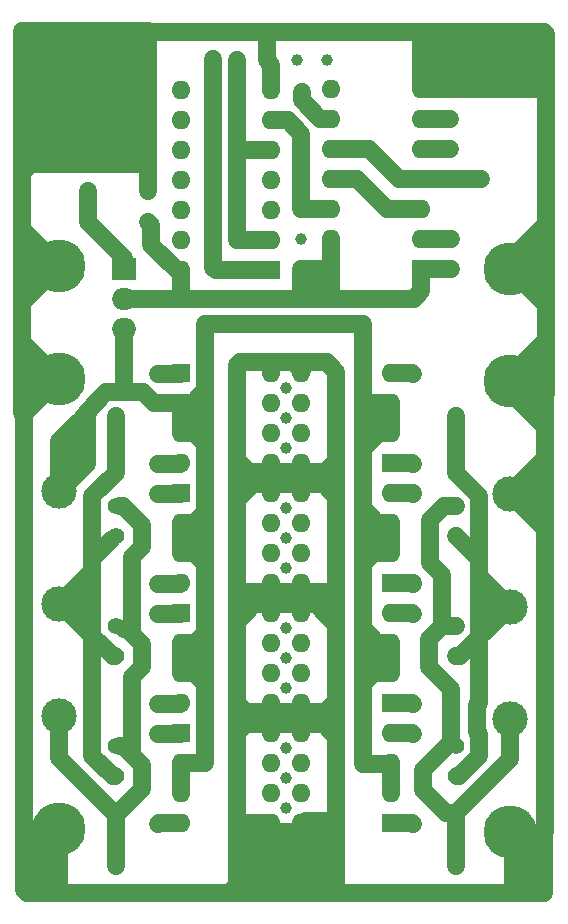
<source format=gbr>
G04 #@! TF.GenerationSoftware,KiCad,Pcbnew,7.0.5*
G04 #@! TF.CreationDate,2024-09-26T14:14:00-04:00*
G04 #@! TF.ProjectId,stepper_motor_controller_4_for_cnc,73746570-7065-4725-9f6d-6f746f725f63,rev?*
G04 #@! TF.SameCoordinates,Original*
G04 #@! TF.FileFunction,Copper,L2,Bot*
G04 #@! TF.FilePolarity,Positive*
%FSLAX45Y45*%
G04 Gerber Fmt 4.5, Leading zero omitted, Abs format (unit mm)*
G04 Created by KiCad (PCBNEW 7.0.5) date 2024-09-26 14:14:00*
%MOMM*%
%LPD*%
G01*
G04 APERTURE LIST*
G04 Aperture macros list*
%AMHorizOval*
0 Thick line with rounded ends*
0 $1 width*
0 $2 $3 position (X,Y) of the first rounded end (center of the circle)*
0 $4 $5 position (X,Y) of the second rounded end (center of the circle)*
0 Add line between two ends*
20,1,$1,$2,$3,$4,$5,0*
0 Add two circle primitives to create the rounded ends*
1,1,$1,$2,$3*
1,1,$1,$4,$5*%
G04 Aperture macros list end*
G04 #@! TA.AperFunction,ComponentPad*
%ADD10C,1.400000*%
G04 #@! TD*
G04 #@! TA.AperFunction,ComponentPad*
%ADD11O,1.400000X1.400000*%
G04 #@! TD*
G04 #@! TA.AperFunction,ComponentPad*
%ADD12HorizOval,1.400000X0.000000X0.000000X0.000000X0.000000X0*%
G04 #@! TD*
G04 #@! TA.AperFunction,ComponentPad*
%ADD13HorizOval,1.400000X0.000000X0.000000X0.000000X0.000000X0*%
G04 #@! TD*
G04 #@! TA.AperFunction,ComponentPad*
%ADD14R,1.600000X1.600000*%
G04 #@! TD*
G04 #@! TA.AperFunction,ComponentPad*
%ADD15O,1.600000X1.600000*%
G04 #@! TD*
G04 #@! TA.AperFunction,ComponentPad*
%ADD16R,2.000000X1.905000*%
G04 #@! TD*
G04 #@! TA.AperFunction,ComponentPad*
%ADD17O,2.000000X1.905000*%
G04 #@! TD*
G04 #@! TA.AperFunction,ViaPad*
%ADD18C,3.000000*%
G04 #@! TD*
G04 #@! TA.AperFunction,ViaPad*
%ADD19C,1.000000*%
G04 #@! TD*
G04 #@! TA.AperFunction,ViaPad*
%ADD20C,4.500000*%
G04 #@! TD*
G04 #@! TA.AperFunction,Conductor*
%ADD21C,1.500000*%
G04 #@! TD*
G04 #@! TA.AperFunction,Conductor*
%ADD22C,1.000000*%
G04 #@! TD*
G04 APERTURE END LIST*
D10*
G04 #@! TO.P,R37,1*
G04 #@! TO.N,+5V*
X1308900Y5846120D03*
D11*
G04 #@! TO.P,R37,2*
G04 #@! TO.N,Net-(U11-ADJ)*
X800900Y5846120D03*
G04 #@! TD*
D10*
G04 #@! TO.P,R55,1*
G04 #@! TO.N,Net-(R55-Pad1)*
X1392300Y4563420D03*
D12*
G04 #@! TO.P,R55,2*
G04 #@! TO.N,/A*
X1033090Y4204210D03*
G04 #@! TD*
D10*
G04 #@! TO.P,R12,1*
G04 #@! TO.N,Net-(R12-Pad1)*
X3551300Y3547420D03*
D13*
G04 #@! TO.P,R12,2*
G04 #@! TO.N,/D*
X3910510Y3188210D03*
G04 #@! TD*
D10*
G04 #@! TO.P,R6,1*
G04 #@! TO.N,Net-(R6-Pad1)*
X1392300Y1769420D03*
D12*
G04 #@! TO.P,R6,2*
G04 #@! TO.N,/B*
X1033090Y1410210D03*
G04 #@! TD*
D10*
G04 #@! TO.P,R39,1*
G04 #@! TO.N,Net-(R39-Pad1)*
X1392300Y1515420D03*
D12*
G04 #@! TO.P,R39,2*
G04 #@! TO.N,/A*
X1033090Y1156210D03*
G04 #@! TD*
D10*
G04 #@! TO.P,R69,1*
G04 #@! TO.N,Net-(R69-Pad1)*
X3551300Y1769420D03*
D13*
G04 #@! TO.P,R69,2*
G04 #@! TO.N,/C*
X3910510Y1410210D03*
G04 #@! TD*
D10*
G04 #@! TO.P,R38,1*
G04 #@! TO.N,Net-(U11-ADJ)*
X800900Y6112820D03*
D11*
G04 #@! TO.P,R38,2*
G04 #@! TO.N,GND*
X1308900Y6112820D03*
G04 #@! TD*
D14*
G04 #@! TO.P,U10,1,OA*
G04 #@! TO.N,Net-(R65-Pad1)*
X3359800Y3808800D03*
D15*
G04 #@! TO.P,U10,2,VCC*
G04 #@! TO.N,VCC*
X3359800Y4062800D03*
G04 #@! TO.P,U10,3,VCC*
X3359800Y4316800D03*
G04 #@! TO.P,U10,4,OA*
G04 #@! TO.N,Net-(R66-Pad1)*
X3359800Y4570800D03*
G04 #@! TO.P,U10,5,GND*
G04 #@! TO.N,GND*
X2597800Y4570800D03*
G04 #@! TO.P,U10,6,IA*
G04 #@! TO.N,/B_logic*
X2597800Y4316800D03*
G04 #@! TO.P,U10,7,IB*
G04 #@! TO.N,/B_n_logic*
X2597800Y4062800D03*
G04 #@! TO.P,U10,8,GND*
G04 #@! TO.N,GND*
X2597800Y3808800D03*
G04 #@! TD*
D14*
G04 #@! TO.P,U1,1,~{R}*
G04 #@! TO.N,+5V*
X3620300Y5452420D03*
D15*
G04 #@! TO.P,U1,2,D*
G04 #@! TO.N,Net-(U1A-D)*
X3620300Y5706420D03*
G04 #@! TO.P,U1,3,C*
G04 #@! TO.N,/CLOCK_upper*
X3620300Y5960420D03*
G04 #@! TO.P,U1,4,~{S}*
G04 #@! TO.N,+5V*
X3620300Y6214420D03*
G04 #@! TO.P,U1,5,Q*
G04 #@! TO.N,/A_logic*
X3620300Y6468420D03*
G04 #@! TO.P,U1,6,~{Q}*
G04 #@! TO.N,/A_n_logic*
X3620300Y6722420D03*
G04 #@! TO.P,U1,7,GND*
G04 #@! TO.N,GND*
X3620300Y6976420D03*
G04 #@! TO.P,U1,8,~{Q}*
G04 #@! TO.N,/B_n_logic*
X2858300Y6976420D03*
G04 #@! TO.P,U1,9,Q*
G04 #@! TO.N,/B_logic*
X2858300Y6722420D03*
G04 #@! TO.P,U1,10,~{S}*
G04 #@! TO.N,+5V*
X2858300Y6468420D03*
G04 #@! TO.P,U1,11,C*
G04 #@! TO.N,/CLOCK_upper*
X2858300Y6214420D03*
G04 #@! TO.P,U1,12,D*
G04 #@! TO.N,Net-(U1B-D)*
X2858300Y5960420D03*
G04 #@! TO.P,U1,13,~{R}*
G04 #@! TO.N,+5V*
X2858300Y5706420D03*
G04 #@! TO.P,U1,14,VCC*
X2858300Y5452420D03*
G04 #@! TD*
D10*
G04 #@! TO.P,R2,1*
G04 #@! TO.N,Net-(R2-Pad1)*
X1392300Y753420D03*
D12*
G04 #@! TO.P,R2,2*
G04 #@! TO.N,/B*
X1033090Y394210D03*
G04 #@! TD*
D14*
G04 #@! TO.P,U8,1,OA*
G04 #@! TO.N,Net-(R67-Pad1)*
X3360800Y2791800D03*
D15*
G04 #@! TO.P,U8,2,VCC*
G04 #@! TO.N,VCC*
X3360800Y3045800D03*
G04 #@! TO.P,U8,3,VCC*
X3360800Y3299800D03*
G04 #@! TO.P,U8,4,OA*
G04 #@! TO.N,Net-(R12-Pad1)*
X3360800Y3553800D03*
G04 #@! TO.P,U8,5,GND*
G04 #@! TO.N,GND*
X2598800Y3553800D03*
G04 #@! TO.P,U8,6,IA*
G04 #@! TO.N,/B_logic*
X2598800Y3299800D03*
G04 #@! TO.P,U8,7,IB*
G04 #@! TO.N,/B_n_logic*
X2598800Y3045800D03*
G04 #@! TO.P,U8,8,GND*
G04 #@! TO.N,GND*
X2598800Y2791800D03*
G04 #@! TD*
D14*
G04 #@! TO.P,U5,1,OA*
G04 #@! TO.N,Net-(R5-Pad1)*
X1583800Y2535800D03*
D15*
G04 #@! TO.P,U5,2,VCC*
G04 #@! TO.N,VCC*
X1583800Y2281800D03*
G04 #@! TO.P,U5,3,VCC*
X1583800Y2027800D03*
G04 #@! TO.P,U5,4,OA*
G04 #@! TO.N,Net-(R6-Pad1)*
X1583800Y1773800D03*
G04 #@! TO.P,U5,5,GND*
G04 #@! TO.N,GND*
X2345800Y1773800D03*
G04 #@! TO.P,U5,6,IA*
G04 #@! TO.N,/A_logic*
X2345800Y2027800D03*
G04 #@! TO.P,U5,7,IB*
G04 #@! TO.N,/A_n_logic*
X2345800Y2281800D03*
G04 #@! TO.P,U5,8,GND*
G04 #@! TO.N,GND*
X2345800Y2535800D03*
G04 #@! TD*
D14*
G04 #@! TO.P,U7,1,OA*
G04 #@! TO.N,Net-(R9-Pad1)*
X1583800Y3551800D03*
D15*
G04 #@! TO.P,U7,2,VCC*
G04 #@! TO.N,VCC*
X1583800Y3297800D03*
G04 #@! TO.P,U7,3,VCC*
X1583800Y3043800D03*
G04 #@! TO.P,U7,4,OA*
G04 #@! TO.N,Net-(R54-Pad1)*
X1583800Y2789800D03*
G04 #@! TO.P,U7,5,GND*
G04 #@! TO.N,GND*
X2345800Y2789800D03*
G04 #@! TO.P,U7,6,IA*
G04 #@! TO.N,/A_logic*
X2345800Y3043800D03*
G04 #@! TO.P,U7,7,IB*
G04 #@! TO.N,/A_n_logic*
X2345800Y3297800D03*
G04 #@! TO.P,U7,8,GND*
G04 #@! TO.N,GND*
X2345800Y3551800D03*
G04 #@! TD*
D14*
G04 #@! TO.P,U6,1,OA*
G04 #@! TO.N,Net-(R69-Pad1)*
X3359800Y1776800D03*
D15*
G04 #@! TO.P,U6,2,VCC*
G04 #@! TO.N,VCC*
X3359800Y2030800D03*
G04 #@! TO.P,U6,3,VCC*
X3359800Y2284800D03*
G04 #@! TO.P,U6,4,OA*
G04 #@! TO.N,Net-(R70-Pad1)*
X3359800Y2538800D03*
G04 #@! TO.P,U6,5,GND*
G04 #@! TO.N,GND*
X2597800Y2538800D03*
G04 #@! TO.P,U6,6,IA*
G04 #@! TO.N,/B_logic*
X2597800Y2284800D03*
G04 #@! TO.P,U6,7,IB*
G04 #@! TO.N,/B_n_logic*
X2597800Y2030800D03*
G04 #@! TO.P,U6,8,GND*
G04 #@! TO.N,GND*
X2597800Y1776800D03*
G04 #@! TD*
D10*
G04 #@! TO.P,R54,1*
G04 #@! TO.N,Net-(R54-Pad1)*
X1392300Y2785420D03*
D12*
G04 #@! TO.P,R54,2*
G04 #@! TO.N,/B*
X1033090Y2426210D03*
G04 #@! TD*
D14*
G04 #@! TO.P,U4,1,OA*
G04 #@! TO.N,Net-(R3-Pad1)*
X3359800Y760800D03*
D15*
G04 #@! TO.P,U4,2,VCC*
G04 #@! TO.N,VCC*
X3359800Y1014800D03*
G04 #@! TO.P,U4,3,VCC*
X3359800Y1268800D03*
G04 #@! TO.P,U4,4,OA*
G04 #@! TO.N,Net-(R72-Pad1)*
X3359800Y1522800D03*
G04 #@! TO.P,U4,5,GND*
G04 #@! TO.N,GND*
X2597800Y1522800D03*
G04 #@! TO.P,U4,6,IA*
G04 #@! TO.N,/B_logic*
X2597800Y1268800D03*
G04 #@! TO.P,U4,7,IB*
G04 #@! TO.N,/B_n_logic*
X2597800Y1014800D03*
G04 #@! TO.P,U4,8,GND*
G04 #@! TO.N,GND*
X2597800Y760800D03*
G04 #@! TD*
D10*
G04 #@! TO.P,R18,1*
G04 #@! TO.N,Net-(U1A-D)*
X3874300Y5706420D03*
D11*
G04 #@! TO.P,R18,2*
G04 #@! TO.N,+5V*
X3874300Y6214420D03*
G04 #@! TD*
D14*
G04 #@! TO.P,U3,1*
G04 #@! TO.N,/B_n_logic*
X2350300Y5439720D03*
D15*
G04 #@! TO.P,U3,2*
G04 #@! TO.N,/DIRECTION_upper*
X2350300Y5693720D03*
G04 #@! TO.P,U3,3*
G04 #@! TO.N,Net-(U1A-D)*
X2350300Y5947720D03*
G04 #@! TO.P,U3,4*
G04 #@! TO.N,/A_logic*
X2350300Y6201720D03*
G04 #@! TO.P,U3,5*
G04 #@! TO.N,/DIRECTION_upper*
X2350300Y6455720D03*
G04 #@! TO.P,U3,6*
G04 #@! TO.N,Net-(U1B-D)*
X2350300Y6709720D03*
G04 #@! TO.P,U3,7,GND*
G04 #@! TO.N,GND*
X2350300Y6963720D03*
G04 #@! TO.P,U3,8*
G04 #@! TO.N,N/C*
X1588300Y6963720D03*
G04 #@! TO.P,U3,9*
X1588300Y6709720D03*
G04 #@! TO.P,U3,10*
X1588300Y6455720D03*
G04 #@! TO.P,U3,11*
X1588300Y6201720D03*
G04 #@! TO.P,U3,12*
X1588300Y5947720D03*
G04 #@! TO.P,U3,13*
X1588300Y5693720D03*
G04 #@! TO.P,U3,14,VCC*
G04 #@! TO.N,+5V*
X1588300Y5439720D03*
G04 #@! TD*
D10*
G04 #@! TO.P,R70,1*
G04 #@! TO.N,Net-(R70-Pad1)*
X3551300Y2531420D03*
D13*
G04 #@! TO.P,R70,2*
G04 #@! TO.N,/D*
X3910510Y2172210D03*
G04 #@! TD*
D10*
G04 #@! TO.P,R14,1*
G04 #@! TO.N,Net-(R14-Pad1)*
X1392300Y3801420D03*
D12*
G04 #@! TO.P,R14,2*
G04 #@! TO.N,/B*
X1033090Y3442210D03*
G04 #@! TD*
D10*
G04 #@! TO.P,R65,1*
G04 #@! TO.N,Net-(R65-Pad1)*
X3551300Y3801420D03*
D13*
G04 #@! TO.P,R65,2*
G04 #@! TO.N,/C*
X3910510Y3442210D03*
G04 #@! TD*
D10*
G04 #@! TO.P,R17,1*
G04 #@! TO.N,Net-(U1B-D)*
X2604300Y5960420D03*
D11*
G04 #@! TO.P,R17,2*
G04 #@! TO.N,+5V*
X2604300Y5452420D03*
G04 #@! TD*
D14*
G04 #@! TO.P,U9,1,OA*
G04 #@! TO.N,Net-(R55-Pad1)*
X1583800Y4567800D03*
D15*
G04 #@! TO.P,U9,2,VCC*
G04 #@! TO.N,VCC*
X1583800Y4313800D03*
G04 #@! TO.P,U9,3,VCC*
X1583800Y4059800D03*
G04 #@! TO.P,U9,4,OA*
G04 #@! TO.N,Net-(R14-Pad1)*
X1583800Y3805800D03*
G04 #@! TO.P,U9,5,GND*
G04 #@! TO.N,GND*
X2345800Y3805800D03*
G04 #@! TO.P,U9,6,IA*
G04 #@! TO.N,/A_logic*
X2345800Y4059800D03*
G04 #@! TO.P,U9,7,IB*
G04 #@! TO.N,/A_n_logic*
X2345800Y4313800D03*
G04 #@! TO.P,U9,8,GND*
G04 #@! TO.N,GND*
X2345800Y4567800D03*
G04 #@! TD*
D16*
G04 #@! TO.P,U11,1,ADJ*
G04 #@! TO.N,Net-(U11-ADJ)*
X1105700Y5452420D03*
D17*
G04 #@! TO.P,U11,2,VO*
G04 #@! TO.N,+5V*
X1105700Y5198420D03*
G04 #@! TO.P,U11,3,VI*
G04 #@! TO.N,VCC*
X1105700Y4944420D03*
G04 #@! TD*
D10*
G04 #@! TO.P,R66,1*
G04 #@! TO.N,Net-(R66-Pad1)*
X3551300Y4563420D03*
D13*
G04 #@! TO.P,R66,2*
G04 #@! TO.N,/D*
X3910510Y4204210D03*
G04 #@! TD*
D10*
G04 #@! TO.P,R5,1*
G04 #@! TO.N,Net-(R5-Pad1)*
X1392300Y2531420D03*
D12*
G04 #@! TO.P,R5,2*
G04 #@! TO.N,/A*
X1033090Y2172210D03*
G04 #@! TD*
D10*
G04 #@! TO.P,R3,1*
G04 #@! TO.N,Net-(R3-Pad1)*
X3551300Y753420D03*
D13*
G04 #@! TO.P,R3,2*
G04 #@! TO.N,/C*
X3910510Y394210D03*
G04 #@! TD*
D10*
G04 #@! TO.P,R72,1*
G04 #@! TO.N,Net-(R72-Pad1)*
X3551300Y1515420D03*
D13*
G04 #@! TO.P,R72,2*
G04 #@! TO.N,/D*
X3910510Y1156210D03*
G04 #@! TD*
D10*
G04 #@! TO.P,R9,1*
G04 #@! TO.N,Net-(R9-Pad1)*
X1392300Y3547420D03*
D12*
G04 #@! TO.P,R9,2*
G04 #@! TO.N,/A*
X1033090Y3188210D03*
G04 #@! TD*
D14*
G04 #@! TO.P,U2,1,OA*
G04 #@! TO.N,Net-(R39-Pad1)*
X1583800Y1519800D03*
D15*
G04 #@! TO.P,U2,2,VCC*
G04 #@! TO.N,VCC*
X1583800Y1265800D03*
G04 #@! TO.P,U2,3,VCC*
X1583800Y1011800D03*
G04 #@! TO.P,U2,4,OA*
G04 #@! TO.N,Net-(R2-Pad1)*
X1583800Y757800D03*
G04 #@! TO.P,U2,5,GND*
G04 #@! TO.N,GND*
X2345800Y757800D03*
G04 #@! TO.P,U2,6,IA*
G04 #@! TO.N,/B_n_logic*
X2345800Y1011800D03*
G04 #@! TO.P,U2,7,IB*
G04 #@! TO.N,/A_n_logic*
X2345800Y1265800D03*
G04 #@! TO.P,U2,8,GND*
G04 #@! TO.N,GND*
X2345800Y1519800D03*
G04 #@! TD*
D10*
G04 #@! TO.P,R67,1*
G04 #@! TO.N,Net-(R67-Pad1)*
X3551300Y2785420D03*
D13*
G04 #@! TO.P,R67,2*
G04 #@! TO.N,/C*
X3910510Y2426210D03*
G04 #@! TD*
D18*
G04 #@! TO.N,/A*
X553800Y2615800D03*
G04 #@! TO.N,/B*
X552800Y1663800D03*
G04 #@! TO.N,/C*
X4367800Y1639800D03*
G04 #@! TO.N,/D*
X4368800Y2591800D03*
D19*
G04 #@! TO.N,+5V*
X4128300Y6214420D03*
X3874300Y5452420D03*
G04 #@! TO.N,Net-(U1A-D)*
X2604300Y5706420D03*
G04 #@! TO.N,/A_logic*
X2820200Y7217720D03*
X3861600Y6468420D03*
G04 #@! TO.N,/A_n_logic*
X2471800Y3426800D03*
X2471800Y2410800D03*
X3861600Y6722420D03*
X2471800Y4442800D03*
X2471800Y1394800D03*
D18*
G04 #@! TO.N,GND*
X4368800Y3544800D03*
D20*
X553800Y4521800D03*
X4368800Y4497800D03*
D19*
X2312200Y7217720D03*
D20*
X4368800Y685800D03*
X553800Y5474800D03*
X4368800Y5450800D03*
X553800Y709800D03*
D19*
G04 #@! TO.N,/B_n_logic*
X2471800Y3934800D03*
X2471800Y886800D03*
X1867700Y7217720D03*
X2471800Y1902800D03*
X2471800Y2918800D03*
G04 #@! TO.N,/B_logic*
X2471800Y3172800D03*
X2471800Y4188800D03*
X2471800Y1140800D03*
X2471800Y2156800D03*
X2604300Y6938320D03*
D18*
G04 #@! TO.N,VCC*
X553800Y3568800D03*
D19*
G04 #@! TO.N,/DIRECTION_upper*
X2566200Y7217720D03*
X2058200Y7217720D03*
G04 #@! TD*
D21*
G04 #@! TO.N,GND*
X2463800Y7454900D02*
X2351100Y7454900D01*
X2184400Y7452220D02*
X2461120Y7452220D01*
X2461120Y7452220D02*
X2463800Y7454900D01*
X3606800Y7454900D02*
X2463800Y7454900D01*
X2184400Y7452220D02*
X1323480Y7452220D01*
X2275980Y7452220D02*
X2184400Y7452220D01*
X2616200Y292100D02*
X2345800Y292100D01*
X2345800Y292100D02*
X2345800Y212200D01*
X2345800Y444500D02*
X2345800Y292100D01*
X2333100Y457200D02*
X2358500Y431800D01*
X2358500Y431800D02*
X2616200Y431800D01*
X2358500Y546100D02*
X2345800Y558800D01*
X2616200Y546100D02*
X2358500Y546100D01*
X2812100Y686800D02*
X2900000Y774700D01*
X2217800Y686800D02*
X2812100Y686800D01*
X2142600Y762000D02*
X2217800Y686800D01*
X2158000Y3734800D02*
X2812100Y3734800D01*
X2812100Y3734800D02*
X2900000Y3822700D01*
X2057400Y3835400D02*
X2057400Y4635500D01*
X2057400Y3835400D02*
X2158000Y3734800D01*
X2057400Y3492500D02*
X2057400Y3835400D01*
X2900000Y3517900D02*
X2900000Y2755900D01*
X2057400Y3492500D02*
X2191700Y3626800D01*
X2791100Y3626800D02*
X2900000Y3517900D01*
X2900000Y4580300D02*
X2900000Y3517900D01*
X2191700Y3626800D02*
X2791100Y3626800D01*
X2057400Y2768600D02*
X2057400Y3492500D01*
X2727600Y2610800D02*
X2754900Y2610800D01*
X2754900Y2610800D02*
X2862900Y2718800D01*
X2107200Y2718800D02*
X2862900Y2718800D01*
X2057400Y2768600D02*
X2107200Y2718800D01*
X2900000Y2755900D02*
X2900000Y2438400D01*
X2057400Y2463800D02*
X2057400Y2768600D01*
X2862900Y2718800D02*
X2900000Y2755900D01*
X2057400Y2463800D02*
X2204400Y2610800D01*
X2900000Y2438400D02*
X2900000Y1790700D01*
X2204400Y2610800D02*
X2727600Y2610800D01*
X2057400Y1778000D02*
X2057400Y2463800D01*
X2727600Y2610800D02*
X2900000Y2438400D01*
X2057400Y1524000D02*
X2128200Y1594800D01*
X2791100Y1594800D02*
X2900000Y1485900D01*
X2900000Y1485900D02*
X2900000Y774700D01*
X2900000Y1790700D02*
X2900000Y1485900D01*
X2128200Y1594800D02*
X2791100Y1594800D01*
X2057400Y1524000D02*
X2057400Y1778000D01*
X2057400Y762000D02*
X2057400Y1524000D01*
X2132600Y1702800D02*
X2812100Y1702800D01*
X2812100Y1702800D02*
X2900000Y1790700D01*
X2057400Y1778000D02*
X2132600Y1702800D01*
X2900000Y292100D02*
X2616200Y292100D01*
X2616200Y165100D02*
X2616200Y292100D01*
X2900000Y292100D02*
X2900000Y169500D01*
X2616200Y292100D02*
X2616200Y431800D01*
X2900000Y419100D02*
X2900000Y292100D01*
X2900000Y419100D02*
X2628900Y419100D01*
X2900000Y533400D02*
X2900000Y419100D01*
X2616200Y431800D02*
X2616200Y546100D01*
X2628900Y419100D02*
X2616200Y431800D01*
X2844800Y546100D02*
X2857500Y533400D01*
X2616200Y546100D02*
X2844800Y546100D01*
X2616200Y546100D02*
X2616200Y742400D01*
X2857500Y533400D02*
X2692400Y698500D01*
X2692400Y698500D02*
X2660100Y698500D01*
X2900000Y698500D02*
X2692400Y698500D01*
X2900000Y533400D02*
X2857500Y533400D01*
X2900000Y698500D02*
X2900000Y533400D01*
X2660100Y698500D02*
X2613221Y745379D01*
X2900000Y774700D02*
X2900000Y698500D01*
X2276243Y660400D02*
X2345800Y729957D01*
X2057400Y660400D02*
X2276243Y660400D01*
X2057400Y660400D02*
X2057400Y762000D01*
X2057400Y584200D02*
X2057400Y660400D01*
X2142600Y762000D02*
X2320400Y584200D01*
X2057400Y762000D02*
X2142600Y762000D01*
X2320400Y584200D02*
X2345800Y558800D01*
X2057400Y584200D02*
X2320400Y584200D01*
X2345800Y729957D02*
X2345800Y558800D01*
X2345800Y558800D02*
X2345800Y444500D01*
X2057400Y457200D02*
X2057400Y584200D01*
X2333100Y457200D02*
X2345800Y444500D01*
X2057400Y355600D02*
X2057400Y457200D01*
X2057400Y457200D02*
X2333100Y457200D01*
X2057400Y355600D02*
X2057400Y296210D01*
X2184400Y169210D02*
X2302810Y169210D01*
X2057400Y296210D02*
X2184400Y169210D01*
X1993900Y169210D02*
X2184400Y169210D01*
X2202400Y355600D02*
X2057400Y355600D01*
X2345800Y212200D02*
X2202400Y355600D01*
X2057400Y232710D02*
X2057400Y355600D01*
X2057400Y762000D02*
X2313757Y762000D01*
X2313757Y762000D02*
X2345800Y729957D01*
X2900000Y774700D02*
X2642543Y774700D01*
X2642543Y774700D02*
X2613221Y745379D01*
X2900000Y169500D02*
X2895600Y165100D01*
X2819400Y4660900D02*
X2900000Y4580300D01*
X2536543Y4660900D02*
X2819400Y4660900D01*
X2895600Y165100D02*
X4394200Y165100D01*
X2616200Y165100D02*
X2895600Y165100D01*
X2536543Y4660900D02*
X2612221Y4585221D01*
X2082800Y4660900D02*
X2536543Y4660900D01*
X2057400Y4635500D02*
X2082800Y4660900D01*
X1993900Y169210D02*
X2057400Y232710D01*
X592790Y169210D02*
X1993900Y169210D01*
X4546600Y6976420D02*
X4546600Y7416800D01*
X4546600Y7416800D02*
X4584700Y7454900D01*
X4584700Y7454900D02*
X4457700Y7454900D01*
X4660900Y7454900D02*
X4584700Y7454900D01*
X4546600Y6976420D02*
X4432300Y6976420D01*
X4639620Y6976420D02*
X4546600Y6976420D01*
X4432300Y7429500D02*
X4457700Y7454900D01*
X4457700Y7454900D02*
X4330700Y7454900D01*
X4432300Y6976420D02*
X4305300Y6976420D01*
X4432300Y6976420D02*
X4432300Y7429500D01*
X4305300Y6976420D02*
X4305300Y7429500D01*
X4330700Y7454900D02*
X4191000Y7454900D01*
X4305300Y7429500D02*
X4330700Y7454900D01*
X4305300Y6976420D02*
X4165600Y6976420D01*
X4165600Y7429500D02*
X4191000Y7454900D01*
X4165600Y6976420D02*
X4165600Y7429500D01*
X4191000Y7454900D02*
X4089400Y7454900D01*
X4165600Y6976420D02*
X4051300Y6976420D01*
X3975100Y7404100D02*
X3924300Y7454900D01*
X3975100Y6976420D02*
X3898900Y6976420D01*
X4051300Y6976420D02*
X3975100Y6976420D01*
X3975100Y6976420D02*
X3975100Y7404100D01*
X4051300Y6976420D02*
X4051300Y7416800D01*
X4051300Y7416800D02*
X4089400Y7454900D01*
X4089400Y7454900D02*
X3924300Y7454900D01*
X3898900Y6976420D02*
X3898900Y7429500D01*
X3898900Y6976420D02*
X3759200Y6976420D01*
X3924300Y7454900D02*
X3771900Y7454900D01*
X3898900Y7429500D02*
X3924300Y7454900D01*
X3759200Y7442200D02*
X3771900Y7454900D01*
X3759200Y6976420D02*
X3759200Y7442200D01*
X3771900Y7454900D02*
X3606800Y7454900D01*
X3759200Y6976420D02*
X3620300Y6976420D01*
X3620300Y7441400D02*
X3606800Y7454900D01*
X3620300Y6976420D02*
X3620300Y7441400D01*
X4673600Y5651500D02*
X4673600Y5829300D01*
X4368800Y5450800D02*
X4472900Y5450800D01*
X4472900Y5450800D02*
X4673600Y5651500D01*
X4673600Y5537200D02*
X4673600Y5651500D01*
X4368800Y5450800D02*
X4587200Y5450800D01*
X4587200Y5450800D02*
X4673600Y5537200D01*
X4673600Y5410200D02*
X4673600Y5537200D01*
X4368800Y5450800D02*
X4485600Y5334000D01*
X4485600Y5334000D02*
X4673600Y5334000D01*
X4673600Y5334000D02*
X4673600Y5410200D01*
X4673600Y5146000D02*
X4673600Y5334000D01*
X4409400Y5410200D02*
X4673600Y5410200D01*
X4368800Y5450800D02*
X4409400Y5410200D01*
X4673600Y5146000D02*
X4673600Y4851400D01*
X4368800Y5450800D02*
X4673600Y5146000D01*
X4368800Y5524500D02*
X4673600Y5829300D01*
X4673600Y5829300D02*
X4673600Y6959600D01*
X4368800Y5450800D02*
X4368800Y5524500D01*
X4368800Y4497800D02*
X4476300Y4497800D01*
X4668800Y4305300D02*
X4668800Y4389400D01*
X4476300Y4497800D02*
X4668800Y4305300D01*
X4668800Y4114800D02*
X4668800Y4305300D01*
X4368800Y4497800D02*
X4510500Y4497800D01*
X4510500Y4497800D02*
X4673600Y4660900D01*
X4673600Y4660900D02*
X4673600Y4851400D01*
X4673600Y4394200D02*
X4673600Y4660900D01*
X4368800Y4414800D02*
X4668800Y4114800D01*
X4368800Y4497800D02*
X4368800Y4414800D01*
X4668800Y3848100D02*
X4668800Y4114800D01*
X4368800Y4546600D02*
X4673600Y4851400D01*
X4368800Y4497800D02*
X4368800Y4546600D01*
X4443500Y3619500D02*
X4668800Y3619500D01*
X4368800Y3544800D02*
X4443500Y3619500D01*
X4668800Y3619500D02*
X4668800Y3848100D01*
X4668800Y3479800D02*
X4668800Y3619500D01*
X4368800Y3544800D02*
X4433800Y3479800D01*
X4433800Y3479800D02*
X4668800Y3479800D01*
X4668800Y3244800D02*
X4668800Y3479800D01*
X4668800Y681000D02*
X4660900Y673100D01*
X4668800Y3244800D02*
X4668800Y681000D01*
X4368800Y3544800D02*
X4668800Y3244800D01*
X4368800Y3548100D02*
X4668800Y3848100D01*
X4368800Y3544800D02*
X4368800Y3548100D01*
X252800Y661600D02*
X487750Y426650D01*
X252800Y711200D02*
X252800Y661600D01*
X487750Y426650D02*
X553800Y492700D01*
X252800Y191700D02*
X487750Y426650D01*
X553800Y492700D02*
X553800Y709800D01*
X252800Y509200D02*
X553800Y208200D01*
X252800Y711200D02*
X252800Y509200D01*
X252800Y711200D02*
X552400Y711200D01*
X252800Y711200D02*
X252800Y4220800D01*
X252800Y191700D02*
X252800Y711200D01*
X552400Y711200D02*
X553800Y709800D01*
G04 #@! TO.N,VCC*
X584200Y3848100D02*
X709540Y3722760D01*
X553800Y3848100D02*
X584200Y3848100D01*
X709540Y3722760D02*
X788200Y3801420D01*
X555580Y3568800D02*
X709540Y3722760D01*
X788200Y3801420D02*
X741520Y3848100D01*
X553800Y3848100D02*
X553800Y3898900D01*
X553800Y3568800D02*
X553800Y3848100D01*
X741520Y3848100D02*
X553800Y3848100D01*
X553800Y3898900D02*
X553800Y3994700D01*
X604600Y3949700D02*
X553800Y3898900D01*
X788200Y3949700D02*
X788200Y4038600D01*
X788200Y3801420D02*
X788200Y3949700D01*
X788200Y3949700D02*
X604600Y3949700D01*
X553800Y3994700D02*
X559200Y4000100D01*
X788200Y4038600D02*
X597700Y4038600D01*
X788200Y4038600D02*
X788200Y4242163D01*
X597700Y4038600D02*
X559200Y4000100D01*
X559200Y4000100D02*
X705900Y4146800D01*
X709130Y4146800D02*
X808090Y4245760D01*
X705900Y4146800D02*
X709130Y4146800D01*
G04 #@! TO.N,GND*
X438900Y4406900D02*
X241300Y4406900D01*
X553800Y4521800D02*
X438900Y4406900D01*
X241300Y4406900D02*
X241300Y4495800D01*
X241300Y4232300D02*
X241300Y4406900D01*
X527800Y4495800D02*
X241300Y4495800D01*
X553800Y4521800D02*
X527800Y4495800D01*
X241300Y4495800D02*
X241300Y4610100D01*
X465500Y4610100D02*
X241300Y4610100D01*
X553800Y4521800D02*
X465500Y4610100D01*
X241300Y4610100D02*
X241300Y4902200D01*
X241300Y4834300D02*
X241300Y4902200D01*
X241300Y4902200D02*
X241300Y5054600D01*
X553800Y4521800D02*
X241300Y4834300D01*
X432900Y5474800D02*
X241300Y5283200D01*
X553800Y5474800D02*
X432900Y5474800D01*
X553800Y5474800D02*
X241300Y5162300D01*
X241300Y5162300D02*
X241300Y5054600D01*
X241300Y5054600D02*
X241300Y5283200D01*
X354500Y5474800D02*
X241300Y5588000D01*
X553800Y5474800D02*
X354500Y5474800D01*
X241300Y5588000D02*
X241300Y5791200D01*
X241300Y5283200D02*
X241300Y5588000D01*
X553800Y5478700D02*
X241300Y5791200D01*
X553800Y5474800D02*
X553800Y5478700D01*
X241300Y5791200D02*
X241300Y6261100D01*
X318020Y6337820D02*
X241300Y6261100D01*
X1308900Y6324600D02*
X1295680Y6337820D01*
X241300Y6261100D02*
X241300Y6438900D01*
X1295680Y6337820D02*
X318020Y6337820D01*
X1194600Y6438900D02*
X1308900Y6324600D01*
X1308900Y6324600D02*
X1308900Y6112820D01*
X241300Y6438900D02*
X1194600Y6438900D01*
X1308900Y6527800D02*
X1308900Y6324600D01*
X1308900Y6527800D02*
X330200Y6527800D01*
X330200Y6527800D02*
X241300Y6438900D01*
X241300Y6438900D02*
X241300Y6591300D01*
X1245400Y6591300D02*
X1308900Y6527800D01*
X1308900Y6718300D02*
X1308900Y6527800D01*
X241300Y6591300D02*
X1245400Y6591300D01*
X241300Y6591300D02*
X241300Y6667500D01*
X292100Y6718300D02*
X241300Y6667500D01*
X1308900Y6718300D02*
X292100Y6718300D01*
X241300Y6667500D02*
X241300Y6819900D01*
X1207300Y6819900D02*
X1308900Y6718300D01*
X241300Y6819900D02*
X1207300Y6819900D01*
X1308900Y6908800D02*
X1308900Y6718300D01*
X330200Y6908800D02*
X241300Y6819900D01*
X241300Y6819900D02*
X241300Y6972300D01*
X1308900Y6908800D02*
X330200Y6908800D01*
X241300Y6972300D02*
X1245400Y6972300D01*
X1245400Y6972300D02*
X1308900Y6908800D01*
X241300Y6972300D02*
X241300Y7061200D01*
X1308900Y7086600D02*
X1308900Y6908800D01*
X241300Y7061200D02*
X241300Y7213600D01*
X1308900Y7086600D02*
X266700Y7086600D01*
X266700Y7086600D02*
X241300Y7061200D01*
X1308900Y7188200D02*
X1308900Y7086600D01*
X1117600Y7188200D02*
X1092200Y7213600D01*
X1308900Y7188200D02*
X1117600Y7188200D01*
X1308900Y7340600D02*
X1308900Y7188200D01*
X1092200Y7213600D02*
X1219200Y7340600D01*
X1308900Y7340600D02*
X1219200Y7340600D01*
X241300Y7213600D02*
X1092200Y7213600D01*
X241300Y7213600D02*
X241300Y7327900D01*
X1219200Y7340600D02*
X254000Y7340600D01*
X254000Y7340600D02*
X241300Y7327900D01*
X241300Y7327900D02*
X241300Y7467600D01*
X1308900Y7443000D02*
X1308900Y7340600D01*
X1308100Y7467600D02*
X1323480Y7452220D01*
X241300Y7467600D02*
X1308100Y7467600D01*
X252800Y4220800D02*
X241300Y4232300D01*
X279400Y165100D02*
X252800Y191700D01*
X252800Y4220800D02*
X553800Y4521800D01*
X588680Y165100D02*
X279400Y165100D01*
X592790Y169210D02*
X588680Y165100D01*
X4660900Y620858D02*
X4394200Y354158D01*
X4660900Y673100D02*
X4660900Y620858D01*
X4492293Y256064D02*
X4583258Y165100D01*
X4394200Y354158D02*
X4492293Y256064D01*
X4660900Y424671D02*
X4492293Y256064D01*
X4660900Y584200D02*
X4660900Y673100D01*
X4660900Y165100D02*
X4660900Y584200D01*
X4660900Y584200D02*
X4660900Y424671D01*
X4394200Y444500D02*
X4394200Y354158D01*
X4583258Y165100D02*
X4660900Y165100D01*
X4394200Y165100D02*
X4583258Y165100D01*
X4394200Y444500D02*
X4394200Y165100D01*
X4394200Y660400D02*
X4394200Y444500D01*
X4660900Y393700D02*
X4660900Y165100D01*
X4368800Y685800D02*
X4660900Y393700D01*
X4368800Y685800D02*
X4394200Y660400D01*
X2388790Y169210D02*
X2392900Y165100D01*
X2302810Y169210D02*
X2388790Y169210D01*
X4671600Y4497800D02*
X4368800Y4497800D01*
X4673600Y4495800D02*
X4671600Y4497800D01*
X2351100Y7454900D02*
X2312200Y7416000D01*
X4673600Y6959600D02*
X4673600Y7442200D01*
X4673600Y7442200D02*
X4660900Y7454900D01*
X1320800Y7454900D02*
X1308900Y7443000D01*
X1323480Y7452220D02*
X1320800Y7454900D01*
X2312200Y7416000D02*
X2275980Y7452220D01*
X2312200Y7416000D02*
X2312200Y7217720D01*
X4648200Y6985000D02*
X4639620Y6976420D01*
X4673600Y6959600D02*
X4648200Y6985000D01*
X4668800Y4389400D02*
X4673600Y4394200D01*
X4381500Y673100D02*
X4368800Y685800D01*
X4660900Y673100D02*
X4381500Y673100D01*
X2616200Y742400D02*
X2613221Y745379D01*
X2392900Y165100D02*
X2616200Y165100D01*
X2345800Y212200D02*
X2392900Y165100D01*
X553800Y208200D02*
X592790Y169210D01*
X2302810Y169210D02*
X2345800Y212200D01*
X553800Y709800D02*
X553800Y208200D01*
G04 #@! TO.N,/C*
X3829076Y844524D02*
X3910510Y844524D01*
X3632200Y1041400D02*
X3829076Y844524D01*
X3632200Y1206500D02*
X3632200Y1041400D01*
X3867800Y1600200D02*
X3867800Y1442100D01*
X3867800Y1442100D02*
X3632200Y1206500D01*
X3867800Y1600200D02*
X3867800Y1432693D01*
X3867800Y1896722D02*
X3867800Y1600200D01*
X3685510Y2318710D02*
X3685510Y2079012D01*
X3793010Y2426210D02*
X3685510Y2318710D01*
X3685510Y2079012D02*
X3867800Y1896722D01*
X3793010Y2861908D02*
X3793010Y2426210D01*
X3690510Y2964408D02*
X3793010Y2861908D01*
X3690510Y3321205D02*
X3690510Y2964408D01*
X3811515Y3442210D02*
X3690510Y3321205D01*
G04 #@! TO.N,/B*
X1253090Y3281320D02*
X1092200Y3442210D01*
X1092200Y3442210D02*
X1068445Y3442210D01*
X1253090Y3097083D02*
X1253090Y3281320D01*
X1167300Y3011293D02*
X1253090Y3097083D01*
X1167300Y2359490D02*
X1167300Y3011293D01*
X1253090Y2273700D02*
X1167300Y2359490D01*
X1129580Y2397210D02*
X1097445Y2397210D01*
X1253090Y2273700D02*
X1129580Y2397210D01*
X1167300Y1995293D02*
X1253090Y2081083D01*
X1253090Y2081083D02*
X1253090Y2273700D01*
X1167300Y1333127D02*
X1167300Y1995293D01*
X1174013Y1326413D02*
X1090217Y1410210D01*
X1174013Y1326413D02*
X1167300Y1333127D01*
X1253090Y1247337D02*
X1174013Y1326413D01*
X1253090Y1045074D02*
X1253090Y1247337D01*
X1090217Y1410210D02*
X1068445Y1410210D01*
X1033090Y394210D02*
X1033090Y825074D01*
X1033090Y825074D02*
X1253090Y1045074D01*
G04 #@! TO.N,/A*
X833090Y1327367D02*
X1004247Y1156210D01*
X833090Y3525052D02*
X1033090Y3725052D01*
X833090Y2343367D02*
X833090Y1327367D01*
X553800Y2615800D02*
X723310Y2615800D01*
X833090Y2995281D02*
X833090Y3525052D01*
X833090Y2861620D02*
X799620Y2861620D01*
X1004247Y1156210D02*
X1026019Y1156210D01*
X1033090Y3725052D02*
X1033090Y4204210D01*
X799620Y2861620D02*
X553800Y2615800D01*
X750100Y2658420D02*
X707480Y2615800D01*
X707480Y2615800D02*
X553800Y2615800D01*
X1004247Y2172210D02*
X1026019Y2172210D01*
X723310Y2615800D02*
X833090Y2506020D01*
X553800Y2615800D02*
X560657Y2615800D01*
X833090Y2343367D02*
X833090Y2506020D01*
X560657Y2615800D02*
X833090Y2343367D01*
X833090Y2594920D02*
X833090Y2861620D01*
X833090Y2861620D02*
X833090Y2995281D01*
X833090Y2995281D02*
X992300Y3154491D01*
X833090Y2506020D02*
X833090Y2594920D01*
X833090Y2343367D02*
X1004247Y2172210D01*
G04 #@! TO.N,Net-(R2-Pad1)*
X1583800Y757800D02*
X1396680Y757800D01*
X1396680Y757800D02*
X1392300Y753420D01*
G04 #@! TO.N,/B*
X552800Y1663800D02*
X552800Y1306847D01*
X552800Y1306847D02*
X1033090Y826558D01*
X1033090Y826558D02*
X1033090Y394210D01*
G04 #@! TO.N,Net-(R3-Pad1)*
X3543920Y760800D02*
X3551300Y753420D01*
X3359800Y760800D02*
X3543920Y760800D01*
G04 #@! TO.N,/C*
X3910510Y3442210D02*
X3811515Y3442210D01*
X3910510Y717210D02*
X3910510Y844524D01*
X3910510Y844524D02*
X4367800Y1301814D01*
X3910510Y2426210D02*
X3793010Y2426210D01*
X4367800Y1301814D02*
X4367800Y1639800D01*
X3910510Y717210D02*
X3910510Y394210D01*
G04 #@! TO.N,/D*
X4124380Y2836220D02*
X4110510Y2836220D01*
X3949210Y2172210D02*
X3910510Y2172210D01*
X4059610Y2282610D02*
X4110510Y2231710D01*
X4110510Y2993210D02*
X3915510Y3188210D01*
X4110510Y2556820D02*
X4110510Y2633020D01*
X4110510Y2836220D02*
X4110510Y2993210D01*
X4110510Y1327367D02*
X3939353Y1156210D01*
X4327580Y2633020D02*
X4368800Y2591800D01*
X4333820Y2556820D02*
X4368800Y2591800D01*
X4368800Y2591800D02*
X4059610Y2282610D01*
X4110510Y2633020D02*
X4327580Y2633020D01*
X4110510Y1771419D02*
X4092800Y1753709D01*
X4110510Y2231710D02*
X4110510Y2556820D01*
X4092800Y1525891D02*
X4110510Y1508181D01*
X4110510Y2993210D02*
X4110510Y3525052D01*
X4368800Y2591800D02*
X4124380Y2836220D01*
X4059610Y2282610D02*
X3949210Y2172210D01*
X4368800Y2591800D02*
X4251380Y2709220D01*
X4110510Y2709220D02*
X4110510Y2836220D01*
X4092800Y1753709D02*
X4092800Y1525891D01*
X4251380Y2709220D02*
X4110510Y2709220D01*
X3910510Y3725052D02*
X3910510Y4204210D01*
X4110510Y3525052D02*
X3910510Y3725052D01*
X4110510Y1508181D02*
X4110510Y1327367D01*
X4110510Y2556820D02*
X4333820Y2556820D01*
X4110510Y2231710D02*
X4110510Y1771419D01*
X3939353Y1156210D02*
X3917581Y1156210D01*
X4110510Y2633020D02*
X4110510Y2709220D01*
G04 #@! TO.N,Net-(R12-Pad1)*
X3544920Y3553800D02*
X3551300Y3547420D01*
X3360800Y3553800D02*
X3544920Y3553800D01*
G04 #@! TO.N,Net-(R14-Pad1)*
X1392300Y3801420D02*
X1579420Y3801420D01*
X1579420Y3801420D02*
X1583800Y3805800D01*
G04 #@! TO.N,Net-(U1B-D)*
X2490000Y6709720D02*
X2604300Y6595420D01*
X2858300Y5960420D02*
X2604300Y5960420D01*
X2604300Y6595420D02*
X2604300Y5960420D01*
X2350300Y6709720D02*
X2490000Y6709720D01*
G04 #@! TO.N,+5V*
X3620300Y6214420D02*
X3874300Y6214420D01*
X2591600Y5198420D02*
X2604300Y5211120D01*
X3620300Y5452420D02*
X3874300Y5452420D01*
X2871000Y5198420D02*
X2858300Y5211120D01*
X3556800Y5198420D02*
X3620300Y5261920D01*
X2871000Y5198420D02*
X3556800Y5198420D01*
X3620300Y6214420D02*
X3429800Y6214420D01*
X2858300Y5211120D02*
X2858300Y5706420D01*
X3429800Y6214420D02*
X3175800Y6468420D01*
X2591600Y5198420D02*
X2871000Y5198420D01*
X1334300Y5820720D02*
X1308900Y5846120D01*
X1588300Y5198420D02*
X2591600Y5198420D01*
X3874300Y6214420D02*
X4128300Y6214420D01*
X2604300Y5452420D02*
X2858300Y5452420D01*
X1105700Y5198420D02*
X1588300Y5198420D01*
X2617000Y5211120D02*
X2604300Y5211120D01*
X1588300Y5439720D02*
X1550200Y5439720D01*
X3620300Y5261920D02*
X3620300Y5452420D01*
X2858300Y5452420D02*
X2617000Y5211120D01*
X2604300Y5211120D02*
X2604300Y5452420D01*
X1588300Y5198420D02*
X1588300Y5439720D01*
X3175800Y6468420D02*
X2858300Y6468420D01*
X1334300Y5655620D02*
X1334300Y5820720D01*
X1550200Y5439720D02*
X1334300Y5655620D01*
G04 #@! TO.N,Net-(U1A-D)*
X3620300Y5706420D02*
X3874300Y5706420D01*
D22*
X2350300Y5947720D02*
X2350859Y5947720D01*
D21*
G04 #@! TO.N,/A_logic*
X3620300Y6468420D02*
X3861600Y6468420D01*
G04 #@! TO.N,/A_n_logic*
X3620300Y6722420D02*
X3861600Y6722420D01*
G04 #@! TO.N,GND*
X2350300Y7179620D02*
X2312200Y7217720D01*
X2350300Y6963720D02*
X2350300Y7179620D01*
G04 #@! TO.N,/B_n_logic*
X1880400Y5439720D02*
X1858200Y5461920D01*
X2350300Y5439720D02*
X2029357Y5439720D01*
X1858200Y5461920D02*
X1858200Y7227220D01*
X2029357Y5439720D02*
X1880400Y5439720D01*
G04 #@! TO.N,/B_logic*
X2858300Y6722420D02*
X2760143Y6722420D01*
X2606021Y6876541D02*
X2606021Y6949299D01*
X2760143Y6722420D02*
X2606021Y6876541D01*
G04 #@! TO.N,VCC*
X3359800Y4062800D02*
X3259380Y4062800D01*
X1681580Y4313800D02*
X1791500Y4423720D01*
X1583800Y1265800D02*
X1787120Y1265800D01*
X3125000Y3422463D02*
X3247663Y3299800D01*
X1583800Y2281800D02*
X1583800Y2027800D01*
X3125000Y3928420D02*
X3125000Y3422463D01*
X1696937Y2027800D02*
X1583800Y2027800D01*
X3360800Y3045800D02*
X3360800Y3299800D01*
X1791500Y3534720D02*
X1791500Y3965237D01*
X3246663Y2284800D02*
X3359800Y2284800D01*
X1787120Y1265800D02*
X1788800Y1264120D01*
X3220280Y3045800D02*
X3125000Y2950520D01*
X3125000Y3217220D02*
X3125000Y2950520D01*
X1583800Y1265800D02*
X1583800Y1011800D01*
X1701294Y2281800D02*
X1788800Y2369306D01*
X3359800Y2030800D02*
X3359800Y2284800D01*
X1696937Y4059800D02*
X1583800Y4059800D01*
X1583800Y4313800D02*
X1681580Y4313800D01*
X3247663Y3299800D02*
X3360800Y3299800D01*
X3125000Y4220520D02*
X3125000Y4080820D01*
X3221280Y2030800D02*
X3125000Y1934520D01*
X3360800Y3045800D02*
X3189380Y3217220D01*
X1583800Y4172937D02*
X1791500Y3965237D01*
X1788800Y2369306D02*
X1788800Y2455220D01*
X3359800Y2030800D02*
X3202080Y2188520D01*
X788200Y4242163D02*
X950247Y4404210D01*
X553800Y3568800D02*
X555580Y3568800D01*
X1105700Y4429610D02*
X1105700Y4944420D01*
X1355320Y4313800D02*
X1583800Y4313800D01*
X3125000Y4322120D02*
X3130320Y4316800D01*
X3360800Y3045800D02*
X3220280Y3045800D01*
X3125000Y1934520D02*
X3125000Y1261420D01*
X1788800Y2734620D02*
X1788800Y2953220D01*
X3259380Y4062800D02*
X3125000Y3928420D01*
X950247Y4404210D02*
X1080300Y4404210D01*
X3359800Y1014800D02*
X3359800Y1268800D01*
X3125000Y3422463D02*
X3125000Y3217220D01*
X3125000Y4982520D02*
X3125000Y4322120D01*
X1080300Y4404210D02*
X1264910Y4404210D01*
X3359800Y4062800D02*
X3202080Y4220520D01*
X1701294Y3297800D02*
X1791500Y3388005D01*
X3125000Y2950520D02*
X3125000Y2544120D01*
X3125000Y2188520D02*
X3125000Y1934520D01*
X3202080Y4220520D02*
X3125000Y4220520D01*
X1788800Y1264120D02*
X1788800Y1731320D01*
X1583800Y4313800D02*
X1583800Y4172937D01*
X1791500Y4423720D02*
X1791500Y4982520D01*
X1788800Y2455220D02*
X1788800Y2734620D01*
X1788800Y1935937D02*
X1696937Y2027800D01*
X1583800Y3297800D02*
X1583800Y3043800D01*
X3202080Y2188520D02*
X3125000Y2188520D01*
X3125000Y1261420D02*
X3352420Y1261420D01*
X3125000Y2406463D02*
X3246663Y2284800D01*
X1788800Y2175820D02*
X1788800Y1731320D01*
X1791500Y3965237D02*
X1696937Y4059800D01*
X3359800Y4062800D02*
X3359800Y4316800D01*
X3359800Y2030800D02*
X3221280Y2030800D01*
X1791500Y3388005D02*
X1791500Y3534720D01*
X1791500Y2737320D02*
X1788800Y2734620D01*
X3359800Y4316800D02*
X3125000Y4082000D01*
X1788800Y1731320D02*
X1788800Y1935937D01*
X1698220Y3043800D02*
X1583800Y3043800D01*
X3189380Y3217220D02*
X3125000Y3217220D01*
X1791500Y4233220D02*
X1791500Y4423720D01*
X3125000Y4080820D02*
X3125000Y3928420D01*
X1264910Y4404210D02*
X1355320Y4313800D01*
X3130320Y4316800D02*
X3359800Y4316800D01*
X1731820Y3191820D02*
X1791500Y3191820D01*
X1080300Y4404210D02*
X1105700Y4429610D01*
X1788800Y2953220D02*
X1698220Y3043800D01*
X3352420Y1261420D02*
X3359800Y1268800D01*
X1583800Y4059800D02*
X1757220Y4233220D01*
X3125000Y2544120D02*
X3125000Y2188520D01*
X3125000Y4322120D02*
X3125000Y4220520D01*
X1791500Y3534720D02*
X1791500Y3191820D01*
X1757220Y4233220D02*
X1791500Y4233220D01*
X1791500Y3965237D02*
X1791500Y4233220D01*
X1583800Y3043800D02*
X1731820Y3191820D01*
X1788800Y2455220D02*
X1788800Y2175820D01*
X1583800Y2281800D02*
X1701294Y2281800D01*
X3125000Y2544120D02*
X3125000Y2406463D01*
X1583800Y2027800D02*
X1731820Y2175820D01*
X1731820Y2175820D02*
X1788800Y2175820D01*
X1791500Y3191820D02*
X1791500Y2737320D01*
X1583800Y4313800D02*
X1583800Y4059800D01*
X3125000Y4082000D02*
X3125000Y4080820D01*
X1791500Y4982520D02*
X3125000Y4982520D01*
X1583800Y3297800D02*
X1701294Y3297800D01*
G04 #@! TO.N,/DIRECTION_upper*
X2058200Y6455720D02*
X2350300Y6455720D01*
X2058200Y5693720D02*
X2058200Y6455720D01*
X2350300Y5693720D02*
X2058200Y5693720D01*
X2058200Y6455720D02*
X2058200Y7217720D01*
G04 #@! TO.N,/CLOCK_upper*
X3074200Y6214420D02*
X3328200Y5960420D01*
X3328200Y5960420D02*
X3620300Y5960420D01*
X2858300Y6214420D02*
X3074200Y6214420D01*
G04 #@! TO.N,Net-(U11-ADJ)*
X800900Y5846120D02*
X800900Y6112820D01*
X1105700Y5541320D02*
X800900Y5846120D01*
X1105700Y5452420D02*
X1105700Y5541320D01*
G04 #@! TO.N,Net-(R69-Pad1)*
X3543920Y1776800D02*
X3551300Y1769420D01*
X3359800Y1776800D02*
X3543920Y1776800D01*
G04 #@! TO.N,Net-(R70-Pad1)*
X3359800Y2538800D02*
X3543920Y2538800D01*
X3543920Y2538800D02*
X3551300Y2531420D01*
G04 #@! TO.N,Net-(R5-Pad1)*
X1392300Y2531420D02*
X1579420Y2531420D01*
X1579420Y2531420D02*
X1583800Y2535800D01*
G04 #@! TO.N,Net-(R6-Pad1)*
X1392300Y1769420D02*
X1579420Y1769420D01*
X1579420Y1769420D02*
X1583800Y1773800D01*
G04 #@! TO.N,Net-(R9-Pad1)*
X1392300Y3547420D02*
X1579420Y3547420D01*
X1579420Y3547420D02*
X1583800Y3551800D01*
G04 #@! TO.N,Net-(R39-Pad1)*
X1579420Y1515420D02*
X1583800Y1519800D01*
X1392300Y1515420D02*
X1579420Y1515420D01*
G04 #@! TO.N,Net-(R54-Pad1)*
X1579420Y2785420D02*
X1583800Y2789800D01*
X1392300Y2785420D02*
X1579420Y2785420D01*
G04 #@! TO.N,Net-(R55-Pad1)*
X1579420Y4563420D02*
X1583800Y4567800D01*
X1392300Y4563420D02*
X1579420Y4563420D01*
G04 #@! TO.N,Net-(R65-Pad1)*
X3359800Y3808800D02*
X3543920Y3808800D01*
X3543920Y3808800D02*
X3551300Y3801420D01*
G04 #@! TO.N,Net-(R66-Pad1)*
X3359800Y4570800D02*
X3543920Y4570800D01*
X3543920Y4570800D02*
X3551300Y4563420D01*
G04 #@! TO.N,Net-(R67-Pad1)*
X3360800Y2791800D02*
X3544920Y2791800D01*
X3544920Y2791800D02*
X3551300Y2785420D01*
G04 #@! TO.N,Net-(R72-Pad1)*
X3543920Y1522800D02*
X3551300Y1515420D01*
X3359800Y1522800D02*
X3543920Y1522800D01*
G04 #@! TD*
M02*

</source>
